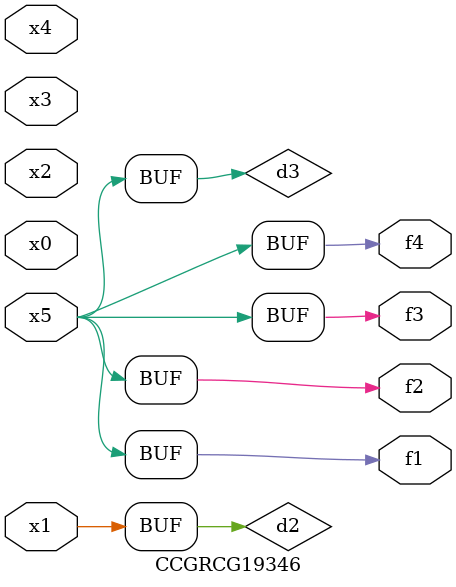
<source format=v>
module CCGRCG19346(
	input x0, x1, x2, x3, x4, x5,
	output f1, f2, f3, f4
);

	wire d1, d2, d3;

	not (d1, x5);
	or (d2, x1);
	xnor (d3, d1);
	assign f1 = d3;
	assign f2 = d3;
	assign f3 = d3;
	assign f4 = d3;
endmodule

</source>
